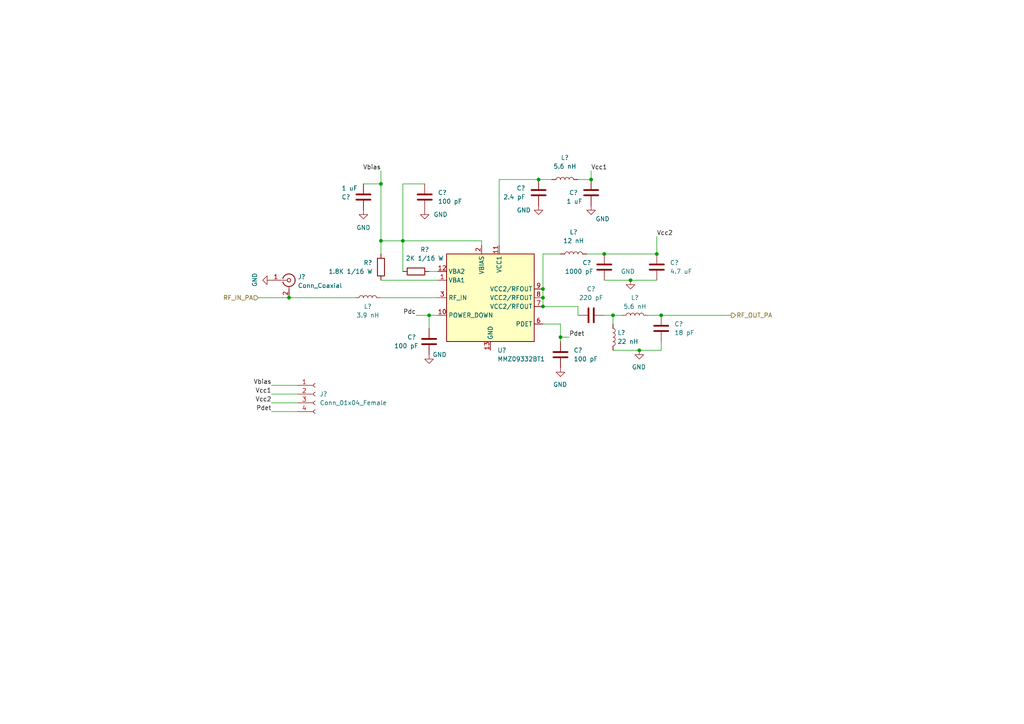
<source format=kicad_sch>
(kicad_sch (version 20211123) (generator eeschema)
  (paper "A4")
  (lib_symbols
    (symbol "Connector:Conn_01x04_Female" (pin_names (offset 1.016) hide)
      (property "Reference" "J" (at 0 5.08 0))
      (property "Value" "Conn_01x04_Female" (at 0 -7.62 0))
      (symbol "Conn_01x04_Female_1_1"
        (arc (start 0 -4.572) (mid -0.508 -5.08) (end 0 -5.588) (stroke (width 0.1524)))
        (arc (start 0 -2.032) (mid -0.508 -2.54) (end 0 -3.048) (stroke (width 0.1524)))
        (polyline (pts (xy -1.27 -5.08) (xy -0.508 -5.08)) (stroke (width 0.1524)))
        (polyline (pts (xy -1.27 -2.54) (xy -0.508 -2.54)) (stroke (width 0.1524)))
        (polyline (pts (xy -1.27 0) (xy -0.508 0)) (stroke (width 0.1524)))
        (polyline (pts (xy -1.27 2.54) (xy -0.508 2.54)) (stroke (width 0.1524)))
        (arc (start 0 0.508) (mid -0.508 0) (end 0 -0.508) (stroke (width 0.1524)))
        (arc (start 0 3.048) (mid -0.508 2.54) (end 0 2.032) (stroke (width 0.1524)))
        (pin passive line (at -5.08 2.54 0) (length 3.81) (name "Pin_1") (number "1"))
        (pin passive line (at -5.08 0 0) (length 3.81) (name "Pin_2") (number "2"))
        (pin passive line (at -5.08 -2.54 0) (length 3.81) (name "Pin_3") (number "3"))
        (pin passive line (at -5.08 -5.08 0) (length 3.81) (name "Pin_4") (number "4"))
      )
    )
    (symbol "Connector:Conn_Coaxial" (pin_names (offset 1.016) hide)
      (property "Reference" "J" (at 0.254 3.048 0))
      (property "Value" "Conn_Coaxial" (at 2.921 0 90))
      (symbol "Conn_Coaxial_0_1"
        (arc (start -1.778 -0.508) (mid 0.2311 -1.8066) (end 1.778 0) (stroke (width 0.254)))
        (polyline (pts (xy -2.54 0) (xy -0.508 0)))
        (polyline (pts (xy 0 -2.54) (xy 0 -1.778)))
        (circle (center 0 0) (radius 0.508) (stroke (width 0.2032)))
        (arc (start 1.778 0) (mid 0.2099 1.8101) (end -1.778 0.508) (stroke (width 0.254)))
      )
      (symbol "Conn_Coaxial_1_1"
        (pin passive line (at -5.08 0 0) (length 2.54) (name "In") (number "1"))
        (pin passive line (at 0 -5.08 90) (length 2.54) (name "Ext") (number "2"))
      )
    )
    (symbol "Device:C" (pin_numbers hide) (pin_names (offset 0.254))
      (property "Reference" "C" (at 0.635 2.54 0))
      (property "Value" "C" (at 0.635 -2.54 0))
      (symbol "C_0_1"
        (polyline (pts (xy -2.032 -0.762) (xy 2.032 -0.762)) (stroke (width 0.508)))
        (polyline (pts (xy -2.032 0.762) (xy 2.032 0.762)) (stroke (width 0.508)))
      )
      (symbol "C_1_1"
        (pin passive line (at 0 3.81 270) (length 2.794) (name "~") (number "1"))
        (pin passive line (at 0 -3.81 90) (length 2.794) (name "~") (number "2"))
      )
    )
    (symbol "Device:L" (pin_numbers hide) (pin_names (offset 1.016) hide)
      (property "Reference" "L" (at -1.27 0 90))
      (property "Value" "L" (at 1.905 0 90))
      (symbol "L_0_1"
        (arc (start 0 -2.54) (mid 0.635 -1.905) (end 0 -1.27))
        (arc (start 0 -1.27) (mid 0.635 -0.635) (end 0 0))
        (arc (start 0 0) (mid 0.635 0.635) (end 0 1.27))
        (arc (start 0 1.27) (mid 0.635 1.905) (end 0 2.54))
      )
      (symbol "L_1_1"
        (pin passive line (at 0 3.81 270) (length 1.27) (name "1") (number "1"))
        (pin passive line (at 0 -3.81 90) (length 1.27) (name "2") (number "2"))
      )
    )
    (symbol "Device:R" (pin_numbers hide) (pin_names (offset 0))
      (property "Reference" "R" (at 2.032 0 90))
      (property "Value" "R" (at 0 0 90))
      (symbol "R_0_1"
        (rectangle (start -1.016 -2.54) (end 1.016 2.54) (stroke (width 0.254)))
      )
      (symbol "R_1_1"
        (pin passive line (at 0 3.81 270) (length 1.27) (name "~") (number "1"))
        (pin passive line (at 0 -3.81 90) (length 1.27) (name "~") (number "2"))
      )
    )
    (symbol "RF_Amplifier:MMZ09332BT1"
      (property "Reference" "U" (at 11.43 13.97 0))
      (property "Value" "MMZ09332BT1" (at 8.89 -13.97 0))
      (symbol "MMZ09332BT1_0_1"
        (rectangle (start -12.7 12.7) (end 12.7 -12.7) (stroke (width 0.254)) (fill (type background)))
      )
      (symbol "MMZ09332BT1_1_1"
        (pin input line (at -15.24 5.08 0) (length 2.54) (name "VBA1") (number "1"))
        (pin input line (at -15.24 -5.08 0) (length 2.54) (name "POWER_DOWN") (number "10"))
        (pin power_in line (at 2.54 15.24 270) (length 2.54) (name "VCC1") (number "11"))
        (pin input line (at -15.24 7.62 0) (length 2.54) (name "VBA2") (number "12"))
        (pin power_in line (at 0 -15.24 90) (length 2.54) (name "GND") (number "13"))
        (pin power_in line (at -2.54 15.24 270) (length 2.54) (name "VBIAS") (number "2"))
        (pin input line (at -15.24 0 0) (length 2.54) (name "RF_IN") (number "3"))
        (pin no_connect line (at -5.08 -12.7 90) (length 2.54) hide (name "NC") (number "4"))
        (pin no_connect line (at -7.62 -12.7 90) (length 2.54) hide (name "NC") (number "5"))
        (pin output line (at 15.24 -7.62 180) (length 2.54) (name "PDET") (number "6"))
        (pin input line (at 15.24 -2.54 180) (length 2.54) (name "VCC2/RFOUT") (number "7"))
        (pin input line (at 15.24 0 180) (length 2.54) (name "VCC2/RFOUT") (number "8"))
        (pin input line (at 15.24 2.54 180) (length 2.54) (name "VCC2/RFOUT") (number "9"))
      )
    )
    (symbol "power:GND" (power) (pin_names (offset 0))
      (property "Value" "GND" (at 0 -3.81 0))
      (symbol "GND_0_1"
        (polyline (pts (xy 0 0) (xy 0 -1.27) (xy 1.27 -1.27) (xy 0 -2.54) (xy -1.27 -1.27) (xy 0 -1.27)))
      )
      (symbol "GND_1_1"
        (pin power_in line (at 0 0 270) (length 0) hide (name "GND") (number "1"))
      )
    )
  )
  (junction (at 83.82 86.36))
  (junction (at 124.46 91.44))
  (junction (at 116.84 69.85))
  (junction (at 171.45 52.07))
  (junction (at 182.88 81.28))
  (junction (at 157.48 86.36))
  (junction (at 110.49 53.34))
  (junction (at 191.77 91.44))
  (junction (at 157.48 83.82))
  (junction (at 185.42 101.6))
  (junction (at 177.8 91.44))
  (junction (at 156.21 52.07))
  (junction (at 157.48 88.9))
  (junction (at 175.26 73.66))
  (junction (at 190.5 73.66))
  (junction (at 162.56 97.79))
  (junction (at 110.49 69.85))
  (wire (pts (xy 177.8 91.44) (xy 180.34 91.44)))
  (wire (pts (xy 124.46 91.44) (xy 124.46 95.25)))
  (wire (pts (xy 110.49 53.34) (xy 110.49 69.85)))
  (wire (pts (xy 191.77 91.44) (xy 212.09 91.44)))
  (wire (pts (xy 157.48 88.9) (xy 167.64 88.9)))
  (wire (pts (xy 124.46 78.74) (xy 127 78.74)))
  (wire (pts (xy 162.56 97.79) (xy 162.56 99.06)))
  (wire (pts (xy 182.88 81.28) (xy 190.5 81.28)))
  (wire (pts (xy 185.42 101.6) (xy 191.77 101.6)))
  (wire (pts (xy 157.48 93.98) (xy 162.56 93.98)))
  (wire (pts (xy 78.74 116.84) (xy 86.36 116.84)))
  (wire (pts (xy 78.74 119.38) (xy 86.36 119.38)))
  (wire (pts (xy 74.93 86.36) (xy 83.82 86.36)))
  (wire (pts (xy 78.74 111.76) (xy 86.36 111.76)))
  (wire (pts (xy 157.48 73.66) (xy 162.56 73.66)))
  (wire (pts (xy 110.49 86.36) (xy 127 86.36)))
  (wire (pts (xy 157.48 86.36) (xy 157.48 88.9)))
  (wire (pts (xy 171.45 49.53) (xy 171.45 52.07)))
  (wire (pts (xy 167.64 88.9) (xy 167.64 91.44)))
  (wire (pts (xy 116.84 53.34) (xy 116.84 69.85)))
  (wire (pts (xy 162.56 97.79) (xy 162.56 93.98)))
  (wire (pts (xy 110.49 81.28) (xy 127 81.28)))
  (wire (pts (xy 160.02 52.07) (xy 156.21 52.07)))
  (wire (pts (xy 120.65 91.44) (xy 124.46 91.44)))
  (wire (pts (xy 177.8 101.6) (xy 185.42 101.6)))
  (wire (pts (xy 78.74 114.3) (xy 86.36 114.3)))
  (wire (pts (xy 177.8 91.44) (xy 177.8 93.98)))
  (wire (pts (xy 175.26 73.66) (xy 190.5 73.66)))
  (wire (pts (xy 157.48 83.82) (xy 157.48 73.66)))
  (wire (pts (xy 110.49 49.53) (xy 110.49 53.34)))
  (wire (pts (xy 175.26 91.44) (xy 177.8 91.44)))
  (wire (pts (xy 156.21 52.07) (xy 144.78 52.07)))
  (wire (pts (xy 124.46 91.44) (xy 127 91.44)))
  (wire (pts (xy 116.84 69.85) (xy 116.84 78.74)))
  (wire (pts (xy 162.56 97.79) (xy 165.1 97.79)))
  (wire (pts (xy 170.18 73.66) (xy 175.26 73.66)))
  (wire (pts (xy 139.7 69.85) (xy 116.84 69.85)))
  (wire (pts (xy 139.7 71.12) (xy 139.7 69.85)))
  (wire (pts (xy 83.82 86.36) (xy 102.87 86.36)))
  (wire (pts (xy 110.49 69.85) (xy 110.49 73.66)))
  (wire (pts (xy 171.45 52.07) (xy 167.64 52.07)))
  (wire (pts (xy 175.26 81.28) (xy 182.88 81.28)))
  (wire (pts (xy 123.19 53.34) (xy 116.84 53.34)))
  (wire (pts (xy 191.77 99.06) (xy 191.77 101.6)))
  (wire (pts (xy 105.41 53.34) (xy 110.49 53.34)))
  (wire (pts (xy 187.96 91.44) (xy 191.77 91.44)))
  (wire (pts (xy 110.49 69.85) (xy 116.84 69.85)))
  (wire (pts (xy 190.5 68.58) (xy 190.5 73.66)))
  (wire (pts (xy 144.78 52.07) (xy 144.78 71.12)))
  (wire (pts (xy 157.48 83.82) (xy 157.48 86.36)))
  (label "Vcc2" (at 78.74 116.84 180))
  (label "Pdc" (at 120.65 91.44 180))
  (label "Pdet" (at 78.74 119.38 180))
  (label "Vcc2" (at 190.5 68.58 0))
  (label "Vcc1" (at 171.45 49.53 0))
  (label "Vbias" (at 78.74 111.76 180))
  (label "Vcc1" (at 78.74 114.3 180))
  (label "Vbias" (at 110.49 49.53 180))
  (label "Pdet" (at 165.1 97.79 0))
  (hierarchical_label "RF_OUT_PA" (shape output) (at 212.09 91.44 0))
  (hierarchical_label "RF_IN_PA" (shape input) (at 74.93 86.36 180))
  (symbol (lib_id "Device:C") (at 171.45 91.44 90) (unit 1)
    (property "Reference" "C?" (at 171.45 83.82 90))
    (property "Value" "220 pF" (at 171.45 86.36 90))
    (property "Footprint" "Capacitor_SMD:C_0402_1005Metric_Pad0.74x0.62mm_HandSolder" (effects hide))
    (property "Part Number" "GRM1555C1H221JA01ND" (effects hide))
    (property "Manufacturer" "Murata" (effects hide))
  )
  (symbol (lib_id "Device:C") (at 175.26 77.47 0) (unit 1)
    (property "Reference" "C?" (at 168.91 76.2 0) (effects (justify left)))
    (property "Value" "1000 pF" (at 163.83 78.74 0) (effects (justify left)))
    (property "Part Number" "GRM1555C1H102JA01ND" (effects hide))
    (property "Manufacturer" "Murata" (effects hide))
  )
  (symbol (lib_id "Device:L") (at 106.68 86.36 90) (unit 1)
    (property "Reference" "L?" (at 106.68 88.9 90))
    (property "Value" "3.9 nH" (at 106.68 91.44 90))
    (property "Part Number" "LL1608--FH3N9K" (effects hide))
    (property "Manufacturer" "Toko" (effects hide))
  )
  (symbol (lib_id "power:GND") (at 123.19 60.96 0) (unit 1)
    (property "Reference" "#PWR?" (effects hide))
    (property "Value" "GND" (at 125.73 62.2299 0) (effects (justify left)))
  )
  (symbol (lib_id "Device:L") (at 177.8 97.79 0) (unit 1)
    (property "Reference" "L?" (at 179.07 96.5199 0) (effects (justify left)))
    (property "Value" "22 nH" (at 179.07 99.0599 0) (effects (justify left)))
    (property "Part Number" "LL1608--FH22NK" (effects hide))
    (property "Manufacturer" "Toko" (effects hide))
  )
  (symbol (lib_id "power:GND") (at 105.41 60.96 0) (unit 1)
    (property "Reference" "#PWR?" (effects hide))
    (property "Value" "GND" (at 105.41 66.04 0))
  )
  (symbol (lib_id "Device:L") (at 163.83 52.07 270) (mirror x) (unit 1)
    (property "Reference" "L?" (at 163.83 45.72 90))
    (property "Value" "5.6 nH" (at 163.83 48.26 90))
    (property "Part Number" "LL1608--FH5N6K" (effects hide))
    (property "Manufacturer" "Toko" (effects hide))
  )
  (symbol (lib_id "Device:L") (at 184.15 91.44 90) (unit 1)
    (property "Reference" "L?" (at 184.15 86.36 90))
    (property "Value" "5.6 nH" (at 184.15 88.9 90))
    (property "Part Number" "LL1608--FH5N6K" (effects hide))
    (property "Manufacturer" "Toko" (effects hide))
  )
  (symbol (lib_id "power:GND") (at 182.88 81.28 0) (unit 1)
    (property "Reference" "#PWR?" (effects hide))
    (property "Value" "GND" (at 184.15 78.74 0) (effects (justify right)))
  )
  (symbol (lib_id "Device:C") (at 190.5 77.47 0) (unit 1)
    (property "Reference" "C?" (at 194.31 76.1999 0) (effects (justify left)))
    (property "Value" "4.7 uF" (at 194.31 78.7399 0) (effects (justify left)))
    (property "Part Number" "GRM188R60J475KE19ND" (effects hide))
    (property "Manufacturer" "Murata" (effects hide))
  )
  (symbol (lib_id "Device:C") (at 123.19 57.15 0) (unit 1)
    (property "Reference" "C?" (at 127 55.8799 0) (effects (justify left)))
    (property "Value" "100 pF" (at 127 58.4199 0) (effects (justify left)))
    (property "Part Number" "GRM1555C1H101JA01ND" (effects hide))
    (property "Manufacturer" "Murata" (effects hide))
  )
  (symbol (lib_id "Device:R") (at 110.49 77.47 0) (unit 1)
    (property "Reference" "R?" (at 105.41 76.2 0) (effects (justify left)))
    (property "Value" "1.8K 1/16 W" (at 95.25 78.74 0) (effects (justify left)))
    (property "Part Number" "RC0402JR--071K8P" (effects hide))
    (property "Manufacturer" "Yageo" (effects hide))
  )
  (symbol (lib_id "Device:C") (at 105.41 57.15 0) (unit 1)
    (property "Reference" "C?" (at 99.06 57.15 0) (effects (justify left)))
    (property "Value" "1 uF" (at 99.06 54.61 0) (effects (justify left)))
    (property "Part Number " "GRM188R61A105KE15ND" (effects hide))
    (property "Manufacturer" "Murata" (effects hide))
  )
  (symbol (lib_id "Device:L") (at 166.37 73.66 90) (unit 1)
    (property "Reference" "L?" (at 166.37 67.31 90))
    (property "Value" "12 nH" (at 166.37 69.85 90))
    (property "Part Number" "LL1608--FH12NK" (effects hide))
    (property "Manufacturer" "Toko" (effects hide))
  )
  (symbol (lib_id "Connector:Conn_01x04_Female") (at 91.44 114.3 0) (unit 1)
    (property "Reference" "J?" (at 92.71 114.2999 0) (effects (justify left)))
    (property "Value" "Conn_01x04_Female" (at 92.71 116.8399 0) (effects (justify left)))
  )
  (symbol (lib_id "power:GND") (at 185.42 101.6 0) (unit 1)
    (property "Reference" "#PWR?" (effects hide))
    (property "Value" "GND" (at 187.3515 106.4591 0) (effects (justify right)))
  )
  (symbol (lib_id "Device:R") (at 120.65 78.74 90) (unit 1)
    (property "Reference" "R?" (at 123.19 72.39 90))
    (property "Value" "2K 1/16 W" (at 123.19 74.93 90))
    (property "Part Number" "RC0402JR--072KP" (effects hide))
    (property "Manufacturer" "Yageo" (effects hide))
  )
  (symbol (lib_id "Connector:Conn_Coaxial") (at 83.82 81.28 0) (unit 1)
    (property "Reference" "J?" (at 86.36 80.3031 0) (effects (justify left)))
    (property "Value" "Conn_Coaxial" (at 86.36 82.8431 0) (effects (justify left)))
    (property "Datasheet" " ~" (effects hide))
  )
  (symbol (lib_id "Device:C") (at 171.45 55.88 0) (mirror x) (unit 1)
    (property "Reference" "C?" (at 167.64 55.88 0) (effects (justify right)))
    (property "Value" "1 uF" (at 168.91 58.42 0) (effects (justify right)))
    (property "Part Number" "GRM188R61A105KE15ND" (effects hide))
    (property "Manufacturer" "Murata" (effects hide))
  )
  (symbol (lib_id "Device:C") (at 156.21 55.88 0) (mirror x) (unit 1)
    (property "Reference" "C?" (at 152.4 54.6099 0) (effects (justify right)))
    (property "Value" "2.4 pF" (at 152.4 57.1499 0) (effects (justify right)))
    (property "Part Number" "04023J2R4BBS" (effects hide))
    (property "Manufacturer" "AVX" (effects hide))
  )
  (symbol (lib_id "RF_Amplifier:MMZ09332BT1") (at 142.24 86.36 0) (unit 1)
    (property "Reference" "U?" (at 144.2594 101.6 0) (effects (justify left)))
    (property "Value" "MMZ09332BT1" (at 144.2594 104.14 0) (effects (justify left)))
    (property "Footprint" "Package_DFN_QFN:QFN-12-1EP_3x3mm_P0.5mm_EP1.6x1.6mm_ThermalVias" (effects hide))
    (property "Datasheet" "https://www.nxp.com/docs/en/data-sheet/MMZ09332B.pdf" (effects hide))
  )
  (symbol (lib_id "power:GND") (at 162.56 106.68 0) (unit 1)
    (property "Reference" "#PWR?" (effects hide))
    (property "Value" "GND" (at 164.4915 111.5391 0) (effects (justify right)))
  )
  (symbol (lib_id "power:GND") (at 156.21 59.69 0) (mirror y) (unit 1)
    (property "Reference" "#PWR?" (effects hide))
    (property "Value" "GND" (at 149.86 60.96 0) (effects (justify right)))
  )
  (symbol (lib_id "power:GND") (at 78.74 81.28 270) (unit 1)
    (property "Reference" "#PWR?" (effects hide))
    (property "Value" "GND" (at 73.8809 83.2115 0) (effects (justify right)))
  )
  (symbol (lib_id "Device:C") (at 191.77 95.25 0) (unit 1)
    (property "Reference" "C?" (at 195.58 93.9799 0) (effects (justify left)))
    (property "Value" "18 pF" (at 195.58 96.5199 0) (effects (justify left)))
    (property "Footprint" "Capacitor_SMD:C_0603_1608Metric_Pad1.08x0.95mm_HandSolder" (effects hide))
    (property "Part Number" "06033J180GBT2A" (effects hide))
    (property "Manufacturer" "AVX" (effects hide))
  )
  (symbol (lib_id "power:GND") (at 171.45 59.69 0) (mirror y) (unit 1)
    (property "Reference" "#PWR?" (effects hide))
    (property "Value" "GND" (at 172.72 63.5 0) (effects (justify right)))
  )
  (symbol (lib_id "Device:C") (at 162.56 102.87 0) (unit 1)
    (property "Reference" "C?" (at 166.37 101.5999 0) (effects (justify left)))
    (property "Value" "100 pF" (at 166.37 104.1399 0) (effects (justify left)))
    (property "Part Number" "GRM1555C1H101JA01ND" (effects hide))
    (property "Manufacturer" "Murata" (effects hide))
  )
  (symbol (lib_id "Device:C") (at 124.46 99.06 0) (unit 1)
    (property "Reference" "C?" (at 118.11 97.79 0) (effects (justify left)))
    (property "Value" "100 pF" (at 114.3 100.33 0) (effects (justify left)))
    (property "Part Number" "GRM1555C1H101JA01ND" (effects hide))
    (property "Manufacturer" "Murata" (effects hide))
  )
  (symbol (lib_id "power:GND") (at 124.46 102.87 0) (unit 1)
    (property "Reference" "#PWR?" (effects hide))
    (property "Value" "GND" (at 129.54 102.87 0) (effects (justify right)))
  )
)
</source>
